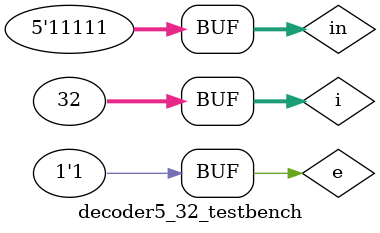
<source format=sv>
`timescale 1ps/1ps
module decoder5_32(in,out,e);
 output logic[31:0] out;
 input logic [4:0] in;
 input logic e;
 logic [3:0]x; //wires
 
 
 //decoder2_4(out,in,e); decoder3_8(out,in,e);
 
 decoder2_4 d0(x[3:0],in[4:3],e);
 
 decoder3_8 d1(out[31:24],in[2:0],x[3]);
 decoder3_8 d2(out[23:16],in[2:0],x[2]);
 decoder3_8 d3(out[15:8],in[2:0],x[1]);
 decoder3_8 d4(out[7:0],in[2:0],x[0]);
 


endmodule

module decoder5_32_testbench(); 
 logic [4:0] in; 
 logic [31:0] out; 
 logic e;
 
 decoder5_32 dut(.in,.out,.e);

 integer i; 
 initial begin 
 e=0;#10 e=1;
 for(i=0; i<32; i++) begin 
 in =i; #50; 
 
 end
 end 
endmodule 

</source>
